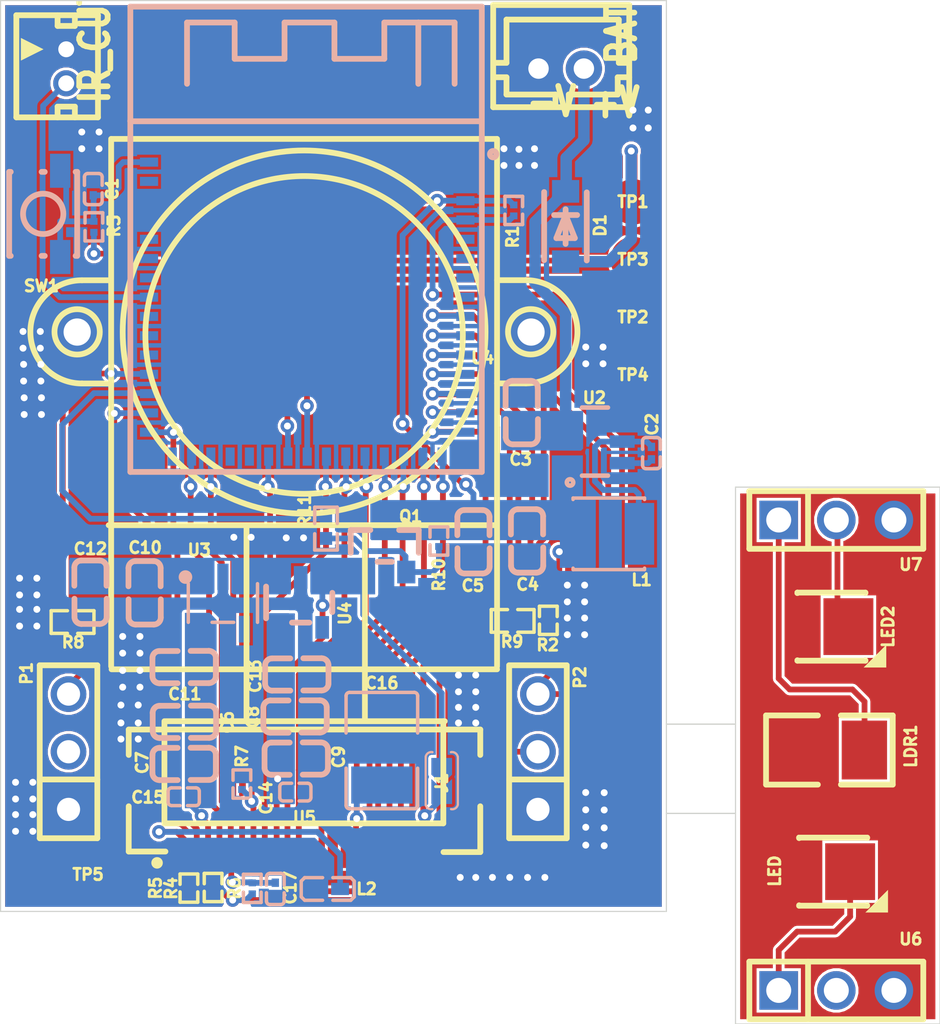
<source format=kicad_pcb>
(kicad_pcb (version 20240108) (generator "pcbnew") (generator_version "8.0")
  (layers (0 "F.Cu" signal "Top Layer") (31 "B.Cu" signal "Bottom Layer") (34 "B.Paste" user "Bottom Paste") (35 "F.Paste" user "Top Paste") (36 "B.SilkS" user "Bottom Overlay") (37 "F.SilkS" user "Top Overlay") (38 "B.Mask" user "Bottom Solder") (39 "F.Mask" user "Top Solder") (44 "Edge.Cuts" user))
  (net 0 "")
  (net 1 "Up22")
  (net 2 "Up11")
  (net 3 "LDR_MCU")
  (net 4 "Up_GND")
  (net 5 "Up2")
  (net 6 "Up1")
  (net 7 "IR_CUT")
  (net 8 "XCLK")
  (net 9 "VSYNC")
  (net 10 "USB_P")
  (net 11 "USB_N")
  (net 12 "usb_5V")
  (net 13 "SDA")
  (net 14 "SCL")
  (net 15 "RST")
  (net 16 "RESET")
  (net 17 "PWDN")
  (net 18 "PCLK")
  (net 19 "NetTP5_1")
  (net 20 "NetQ1_1")
  (net 21 "NetC2_2")
  (net 22 "NetC2_1")
  (net 23 "LED2")
  (net 24 "LED1")
  (net 25 "LDR")
  (net 26 "HSYNC")
  (net 27 "GND")
  (net 28 "DATA9")
  (net 29 "DATA8")
  (net 30 "DATA7")
  (net 31 "DATA6")
  (net 32 "DATA5")
  (net 33 "DATA4")
  (net 34 "DATA3")
  (net 35 "DATA2")
  (net 36 "DATA1")
  (net 37 "DATA0")
  (net 38 "CAM_PWR")
  (net 39 "BAT")
  (net 40 "AGND")
  (net 41 "+3V3")
  (net 42 "+3V3_CAM")
  (net 43 "+2V8")
  (net 44 "+1V5")
  (footprint "Esp32 CAM PCB.PcbLib:CAMERA CONNECTOR" (layer "F.Cu") (at 141.18895 118.45353 180)
    (property "Reference" "U5")
    (property "Value" "" (hide yes))
  )
  (footprint "Esp32 CAM PCB.PcbLib:TESTPOINT" (layer "F.Cu") (at 155.6766 96.41056 180)
    (property "Reference" "TP2")
    (property "Value" "" (hide yes))
  )
  (footprint "Esp32 CAM PCB.PcbLib:TESTPOINT" (layer "F.Cu") (at 155.6766 98.95056 180)
    (property "Reference" "TP4")
    (property "Value" "" (hide yes))
  )
  (footprint "Esp32 CAM PCB.PcbLib:10K SMD CERAMIC 201" (layer "F.Cu") (at 136.0932 121.56465 -90)
    (property "Reference" "R5")
    (property "Value" "" (hide yes))
  )
  (footprint "Esp32 CAM PCB.PcbLib:100R 402" (layer "F.Cu") (at 130.9624 109.8423 180)
    (property "Reference" "R8")
    (property "Value" "" (hide yes))
  )
  (footprint "Esp32 CAM PCB.PcbLib:10K SMD CERAMIC 201" (layer "F.Cu") (at 137.16 121.53925 -90)
    (property "Reference" "R4")
    (property "Value" "" (hide yes))
  )
  (footprint "Esp32 CAM PCB.PcbLib:3P FH 2.54MM" (layer "F.Cu") (at 151.4856 115.5573 90)
    (property "Reference" "P2")
    (property "Value" "" (hide yes))
  )
  (footprint "" (layer "F.Cu") (at 131.1656 97.0661)
    (property "Reference" "")
    (property "Value" "")
  )
  (footprint "Esp32 CAM PCB.PcbLib:100R 402" (layer "F.Cu") (at 150.36902 109.7915 180)
    (property "Reference" "R9")
    (property "Value" "" (hide yes))
  )
  (footprint "Esp32 CAM PCB.PcbLib:LDR" (layer "F.Cu") (at 164.338 115.4811)
    (property "Reference" "LDR1")
    (property "Value" "" (hide yes))
  )
  (footprint "" (layer "F.Cu") (at 151.1808 97.0661)
    (property "Reference" "")
    (property "Value" "")
  )
  (footprint "Esp32 CAM PCB.PcbLib:CONNECTOR 2P" (layer "F.Cu") (at 152.511 85.4583)
    (property "Reference" "CN1" (hide yes))
    (property "Value" "" (hide yes))
  )
  (footprint "Esp32 CAM PCB.PcbLib:TESTPOINT" (layer "F.Cu") (at 131.6482 120.9675)
    (property "Reference" "TP5")
    (property "Value" "" (hide yes))
  )
  (footprint "Esp32 CAM PCB.PcbLib:LED SMD" (layer "F.Cu") (at 164.27752 120.8405)
    (property "Reference" "LED")
    (property "Value" "" (hide yes))
  )
  (footprint "Esp32 CAM PCB.PcbLib:4K7 SMD 201" (layer "F.Cu") (at 151.9428 109.76661 -90)
    (property "Reference" "R2")
    (property "Value" "" (hide yes))
  )
  (footprint "Esp32 CAM PCB.PcbLib:3P FH 2.54MM" (layer "F.Cu") (at 130.7846 115.5573 90)
    (property "Reference" "P1")
    (property "Value" "" (hide yes))
  )
  (footprint "OV5640" (layer "F.Cu") (at 149.0472 98.2091)
    (property "Reference" "U4")
    (property "Value" "" (hide yes))
  )
  (footprint "Esp32 CAM PCB.PcbLib:TESTPOINT" (layer "F.Cu") (at 155.6766 91.33056 180)
    (property "Reference" "TP1")
    (property "Value" "" (hide yes))
  )
  (footprint "Esp32 CAM PCB.PcbLib:3P MH 2.54MM" (layer "F.Cu") (at 164.6428 105.3465)
    (property "Reference" "U7")
    (property "Value" "" (hide yes))
  )
  (footprint "Esp32 CAM PCB.PcbLib:LED SMD" (layer "F.Cu") (at 164.20132 110.0455)
    (property "Reference" "LED2")
    (property "Value" "" (hide yes))
  )
  (footprint "Esp32 CAM PCB.PcbLib:TESTPOINT" (layer "F.Cu") (at 155.6766 93.87056 180)
    (property "Reference" "TP3")
    (property "Value" "" (hide yes))
  )
  (footprint "Esp32 CAM PCB.PcbLib:3P MH 2.54MM" (layer "F.Cu") (at 164.6428 126.0729)
    (property "Reference" "U6")
    (property "Value" "" (hide yes))
  )
  (footprint "Esp32 CAM PCB.PcbLib:2P WHITE CONNECTOR 1.5MM" (layer "F.Cu") (at 130.683 85.3567 -90)
    (property "Reference" "CN2" (hide yes))
    (property "Value" "" (hide yes))
  )
  (footprint "Esp32 CAM PCB.PcbLib:10UF SMD CERAMIC 603" (layer "B.Cu") (at 135.9013 114.2365)
    (property "Reference" "C6")
    (property "Value" "" (hide yes))
  )
  (footprint "Esp32 CAM PCB.PcbLib:10K SMD CERAMIC 201" (layer "B.Cu") (at 138.43 116.9797 -90)
    (property "Reference" "R7")
    (property "Value" "" (hide yes))
  )
  (footprint "Esp32 CAM PCB.PcbLib:2V8 CONVERTER (TLV74328)" (layer "B.Cu") (at 137.5918 109.0041)
    (property "Reference" "U3")
    (property "Value" "" (hide yes))
  )
  (footprint "Esp32 CAM PCB.PcbLib:1UF CAP" (layer "B.Cu") (at 134.1374 108.5469 90)
    (property "Reference" "C10")
    (property "Value" "" (hide yes))
  )
  (footprint "Esp32 CAM PCB.PcbLib:1UF CAP" (layer "B.Cu") (at 140.843 112.1537 180)
    (property "Reference" "C13")
    (property "Value" "" (hide yes))
  )
  (footprint "Esp32 CAM PCB.PcbLib:22PF SMD CERAMIC 603" (layer "B.Cu") (at 148.6408 106.29748 90)
    (property "Reference" "C5")
    (property "Value" "" (hide yes))
  )
  (footprint "Esp32 CAM PCB.PcbLib:1V5 CONVERTER (TLV74215)" (layer "B.Cu") (at 141.0208 108.9787)
    (property "Reference" "U4")
    (property "Value" "" (hide yes))
  )
  (footprint "Esp32 CAM PCB.PcbLib:ESP32-S3-MINI-1-N8" (layer "B.Cu") (at 141.31011 95.52851 180)
    (property "Reference" "U1" (hide yes))
    (property "Value" "" (hide yes))
  )
  (footprint "Esp32 CAM PCB.PcbLib:100R 402" (layer "B.Cu") (at 142.1384 105.72648 -90)
    (property "Reference" "R11")
    (property "Value" "" (hide yes))
  )
  (footprint "Esp32 CAM PCB.PcbLib:22UF SMD CERAMIC 1210" (layer "B.Cu") (at 144.6022 115.5065 -90)
    (property "Reference" "C16")
    (property "Value" "" (hide yes))
  )
  (footprint "Esp32 CAM PCB.PcbLib:3.9UH POWER INDUCTOR" (layer "B.Cu") (at 154.6098 105.9561)
    (property "Reference" "L1")
    (property "Value" "" (hide yes))
  )
  (footprint "Esp32 CAM PCB.PcbLib:P CHANNEL MSFET (AO3401A1)" (layer "B.Cu") (at 144.7292 106.4895 -90)
    (property "Reference" "Q1")
    (property "Value" "" (hide yes))
  )
  (footprint "Esp32 CAM PCB.PcbLib:PAD-JUMPER-2" (layer "B.Cu") (at 147.2438 116.9289 -90)
    (property "Reference" "J1")
    (property "Value" "" (hide yes))
  )
  (footprint "Esp32 CAM PCB.PcbLib:100NF SMD CERAMIC 201" (layer "B.Cu") (at 135.8646 117.5385)
    (property "Reference" "C15")
    (property "Value" "" (hide yes))
  )
  (footprint "Esp32 CAM PCB.PcbLib:100NF SMD CERAMIC 201" (layer "B.Cu") (at 156.4894 102.4001 -90)
    (property "Reference" "C2")
    (property "Value" "" (hide yes))
  )
  (footprint "Esp32 CAM PCB.PcbLib:SCHOTTKY DIODE" (layer "B.Cu") (at 152.7048 92.4179 -90)
    (property "Reference" "D1")
    (property "Value" "" (hide yes))
  )
  (footprint "Esp32 CAM PCB.PcbLib:10K SMD CERAMIC 201" (layer "B.Cu") (at 147.1168 106.27385 -90)
    (property "Reference" "R10")
    (property "Value" "" (hide yes))
  )
  (footprint "Esp32 CAM PCB.PcbLib:10K SMD CERAMIC 201" (layer "B.Cu") (at 138.8872 121.5771 -90)
    (property "Reference" "R6")
    (property "Value" "" (hide yes))
  )
  (footprint "Esp32 CAM PCB.PcbLib:10UF SMD CERAMIC 603" (layer "B.Cu") (at 140.8176 115.8621 180)
    (property "Reference" "C9")
    (property "Value" "" (hide yes))
  )
  (footprint "Esp32 CAM PCB.PcbLib:1UF CAP" (layer "B.Cu") (at 131.7498 108.5215 90)
    (property "Reference" "C12")
    (property "Value" "" (hide yes))
  )
  (footprint "Esp32 CAM PCB.PcbLib:10UF SMD CERAMIC 603" (layer "B.Cu") (at 140.7668 114.0079 180)
    (property "Reference" "C8")
    (property "Value" "" (hide yes))
  )
  (footprint "Esp32 CAM PCB.PcbLib:10K SMD CERAMIC 201" (layer "B.Cu") (at 131.9022 92.43035 -90)
    (property "Reference" "R3")
    (property "Value" "" (hide yes))
  )
  (footprint "Esp32 CAM PCB.PcbLib:100NF SMD CERAMIC 201" (layer "B.Cu") (at 140.78712 117.3353 180)
    (property "Reference" "C14")
    (property "Value" "" (hide yes))
  )
  (footprint "Esp32 CAM PCB.PcbLib:FERRITE" (layer "B.Cu") (at 142.2146 121.6025)
    (property "Reference" "L2")
    (property "Value" "" (hide yes))
  )
  (footprint "Esp32 CAM PCB.PcbLib:PUSH BUTTON 4P" (layer "B.Cu") (at 129.667 91.8591 90)
    (property "Reference" "SW1")
    (property "Value" "" (hide yes))
  )
  (footprint "Esp32 CAM PCB.PcbLib:3V3 CONVERTER (AP63203)" (layer "B.Cu") (at 154.0002 101.8921 90)
    (property "Reference" "U2")
    (property "Value" "" (hide yes))
  )
  (footprint "Esp32 CAM PCB.PcbLib:1UF CAP" (layer "B.Cu") (at 135.89 111.8235)
    (property "Reference" "C11")
    (property "Value" "" (hide yes))
  )
  (footprint "Esp32 CAM PCB.PcbLib:10K SMD CERAMIC 201" (layer "B.Cu") (at 150.4188 91.7067 90)
    (property "Reference" "R1")
    (property "Value" "" (hide yes))
  )
  (footprint "Esp32 CAM PCB.PcbLib:100NF SMD CERAMIC 201" (layer "B.Cu") (at 131.8768 90.7669 -90)
    (property "Reference" "C1")
    (property "Value" "" (hide yes))
  )
  (footprint "Esp32 CAM PCB.PcbLib:22PF SMD CERAMIC 603" (layer "B.Cu") (at 151.003 106.2609 90)
    (property "Reference" "C4")
    (property "Value" "" (hide yes))
  )
  (footprint "Esp32 CAM PCB.PcbLib:10UF SMD CERAMIC 603" (layer "B.Cu") (at 135.89 116.0907)
    (property "Reference" "C7")
    (property "Value" "" (hide yes))
  )
  (footprint "Esp32 CAM PCB.PcbLib:10UF SMD CERAMIC 603" (layer "B.Cu") (at 150.7744 100.6221 -90)
    (property "Reference" "C3")
    (property "Value" "" (hide yes))
  )
  (footprint "Esp32 CAM PCB.PcbLib:100NF SMD CERAMIC 201" (layer "B.Cu") (at 139.9032 121.6025 90)
    (property "Reference" "C17")
    (property "Value" "" (hide yes))
  )
  (gr_line (start 157.1498 122.5931) (end 157.1498 118.2751) (stroke (width 0.05)) (layer "Edge.Cuts"))
  (gr_line (start 157.1498 82.4611) (end 127.7874 82.4611) (stroke (width 0.05)) (layer "Edge.Cuts"))
  (gr_line (start 127.7874 82.4611) (end 127.7874 122.5931) (stroke (width 0.05)) (layer "Edge.Cuts"))
  (gr_line (start 157.1498 118.2751) (end 160.1978 118.2751) (stroke (width 0.05)) (layer "Edge.Cuts"))
  (gr_line (start 160.1978 103.8987) (end 160.1978 114.3381) (stroke (width 0.05)) (layer "Edge.Cuts"))
  (gr_line (start 127.7874 122.5931) (end 157.1498 122.5931) (stroke (width 0.05)) (layer "Edge.Cuts"))
  (gr_line (start 157.1498 114.3381) (end 157.1498 82.4611) (stroke (width 0.05)) (layer "Edge.Cuts"))
  (gr_line (start 157.1498 118.2751) (end 157.1498 114.3381) (stroke (width 0.05)) (layer "Edge.Cuts"))
  (gr_line (start 160.1978 127.5461) (end 169.2148 127.5461) (stroke (width 0.05)) (layer "Edge.Cuts"))
  (gr_line (start 160.1978 118.2751) (end 157.1498 118.2751) (stroke (width 0.05)) (layer "Edge.Cuts"))
  (gr_line (start 160.1978 114.3381) (end 157.1498 114.3381) (stroke (width 0.05)) (layer "Edge.Cuts"))
  (gr_line (start 160.1978 114.3381) (end 160.1978 118.2751) (stroke (width 0.05)) (layer "Edge.Cuts"))
  (gr_line (start 157.1498 114.3381) (end 160.1978 114.3381) (stroke (width 0.05)) (layer "Edge.Cuts"))
  (gr_line (start 169.2148 103.8987) (end 160.1978 103.8987) (stroke (width 0.05)) (layer "Edge.Cuts"))
  (gr_line (start 160.1978 118.2751) (end 160.1978 127.5461) (stroke (width 0.05)) (layer "Edge.Cuts"))
  (gr_line (start 169.2148 127.5461) (end 169.2148 103.8987) (stroke (width 0.05)) (layer "Edge.Cuts"))
  (gr_text_box "" (start 129.4638 94.72931) (end 129.4638 94.72931) (angle 180) (layer "B.SilkS") (effects (font (size 1.254 1) (thickness 0.254)) (justify left bottom)) (border no) (stroke (width 0.1)))
  (gr_text_box "+V" (start 152.73534 88.6333) (end 152.73534 88.6333) (layer "F.SilkS") (effects (font (size 1.254 1) (thickness 0.254)) (justify left bottom)) (border no) (stroke (width 0.1)))
  (gr_text_box "IR_CUT" (start 133.61519 88.05501) (end 133.61519 88.05501) (angle 90) (layer "F.SilkS") (effects (font (size 1.254 1) (thickness 0.254)) (justify left bottom)) (border no) (stroke (width 0.1)))
  (gr_text_box "BAT" (start 156.845 86.334) (end 156.845 86.334) (angle 90) (layer "F.SilkS") (effects (font (size 1.254 1) (thickness 0.254)) (justify left bottom)) (border no) (stroke (width 0.1)))
  (gr_text_box "-V" (start 149.94134 88.5825) (end 149.94134 88.5825) (layer "F.SilkS") (effects (font (size 1.254 1) (thickness 0.254)) (justify left bottom)) (border no) (stroke (width 0.1)))
  (segment (start 164.6936 109.5629) (end 165.1762 110.0455) (width 0.254) (layer "F.Cu") (net 1))
  (segment (start 164.6936 109.5629) (end 164.6936 105.3465) (width 0.254) (layer "F.Cu") (net 1))
  (segment (start 162.1028 124.2949) (end 162.9156 123.4821) (width 0.254) (layer "F.Cu") (net 2))
  (segment (start 165.2524 122.8217) (end 165.2524 120.8405) (width 0.254) (layer "F.Cu") (net 2))
  (segment (start 162.9156 123.4821) (end 164.592 123.4821) (width 0.254) (layer "F.Cu") (net 2))
  (segment (start 164.592 123.4821) (end 165.2524 122.8217) (width 0.254) (layer "F.Cu") (net 2))
  (segment (start 162.1028 126.0729) (end 162.1028 124.2949) (width 0.254) (layer "F.Cu") (net 2))
  (segment (start 151.4856 113.0173) (end 151.4856 112.65989) (width 0.254) (layer "F.Cu") (net 3))
  (segment (start 151.4856 113.0173) (end 152.9842 113.0173) (width 0.254) (layer "F.Cu") (net 3))
  (segment (start 151.4856 112.65989) (end 151.9428 112.20269) (width 0.254) (layer "F.Cu") (net 3))
  (segment (start 154.5844 111.4171) (end 154.5844 102.2985) (width 0.254) (layer "F.Cu") (net 3))
  (segment (start 151.9428 112.20269) (end 151.9428 110.00816) (width 0.254) (layer "F.Cu") (net 3))
  (segment (start 146.8374 96.3295) (end 148.6154 96.3295) (width 0.254) (layer "F.Cu") (net 3))
  (segment (start 152.9842 113.0173) (end 154.5844 111.4171) (width 0.254) (layer "F.Cu") (net 3))
  (segment (start 148.6154 96.3295) (end 154.5844 102.2985) (width 0.254) (layer "F.Cu") (net 3))
  (via (at 146.8374 96.3295) (size 0.6) (drill 0.3048) (layers "F.Cu" "B.Cu") (net 3))
  (segment (start 148.26082 96.35388) (end 148.2852 96.37827) (width 0.254) (layer "B.Cu") (net 3))
  (segment (start 146.8374 96.3295) (end 146.86178 96.35388) (width 0.254) (layer "B.Cu") (net 3))
  (segment (start 146.86178 96.35388) (end 148.26082 96.35388) (width 0.254) (layer "B.Cu") (net 3))
  (segment (start 149.86 115.16376) (end 149.86 111.9251) (width 0.254) (layer "F.Cu") (net 5))
  (segment (start 151.48504 115.55674) (end 151.4856 115.5573) (width 0.254) (layer "F.Cu") (net 5))
  (segment (start 150.80183 110.98327) (end 150.80183 109.7915) (width 0.254) (layer "F.Cu") (net 5))
  (segment (start 149.86 111.9251) (end 150.80183 110.98327) (width 0.254) (layer "F.Cu") (net 5))
  (segment (start 149.86 115.16376) (end 150.25298 115.55674) (width 0.254) (layer "F.Cu") (net 5))
  (segment (start 150.25298 115.55674) (end 151.48504 115.55674) (width 0.254) (layer "F.Cu") (net 5))
  (segment (start 131.3688 112.07569) (end 131.3688 109.86872) (width 0.254) (layer "F.Cu") (net 6))
  (segment (start 130.7846 112.65989) (end 131.3688 112.07569) (width 0.254) (layer "F.Cu") (net 6))
  (segment (start 131.3688 109.86872) (end 131.39522 109.8423) (width 0.254) (layer "F.Cu") (net 6))
  (segment (start 130.7846 113.0173) (end 130.7846 112.65989) (width 0.254) (layer "F.Cu") (net 6))
  (segment (start 129.6416 94.76994) (end 130.40004 95.52838) (width 0.254) (layer "B.Cu") (net 7))
  (segment (start 129.6416 94.76994) (end 129.6416 87.66109) (width 0.254) (layer "B.Cu") (net 7))
  (segment (start 129.66346 87.09684) (end 130.65367 86.10663) (width 0.254) (layer "B.Cu") (net 7))
  (segment (start 130.40004 95.52838) (end 134.33501 95.52838) (width 0.254) (layer "B.Cu") (net 7))
  (segment (start 130.65367 86.10663) (end 130.683 86.10663) (width 0.254) (layer "B.Cu") (net 7))
  (segment (start 129.66346 87.63923) (end 129.66346 87.09684) (width 0.254) (layer "B.Cu") (net 7))
  (segment (start 129.6416 87.66109) (end 129.66346 87.63923) (width 0.254) (layer "B.Cu") (net 7))
  (segment (start 146.6596 95.4151) (end 152.2984 95.4151) (width 0.254) (layer "F.Cu") (net 8))
  (segment (start 141.43888 121.30938) (end 141.43888 120.0785) (width 0.254) (layer "F.Cu") (net 8))
  (segment (start 152.7302 99.6569) (end 155.194 102.1207) (width 0.254) (layer "F.Cu") (net 8))
  (segment (start 141.43888 121.30938) (end 141.8336 121.7041) (width 0.254) (layer "F.Cu") (net 8))
  (segment (start 153.7462 121.7041) (end 155.194 120.2563) (width 0.254) (layer "F.Cu") (net 8))
  (segment (start 141.8336 121.7041) (end 153.7462 121.7041) (width 0.254) (layer "F.Cu") (net 8))
  (segment (start 152.2984 95.4151) (end 152.7302 95.8469) (width 0.254) (layer "F.Cu") (net 8))
  (segment (start 152.7302 99.6569) (end 152.7302 95.8469) (width 0.254) (layer "F.Cu") (net 8))
  (segment (start 155.194 120.2563) (end 155.194 102.1207) (width 0.254) (layer "F.Cu") (net 8))
  (via (at 146.8374 95.4151) (size 0.6) (drill 0.3048) (layers "F.Cu" "B.Cu") (net 8))
  (segment (start 147.25396 92.12834) (end 148.2852 92.12834) (width 0.254) (layer "B.Cu") (net 8))
  (segment (start 148.2852 92.12834) (end 150.23501 92.12834) (width 0.254) (layer "B.Cu") (net 8))
  (segment (start 150.23501 92.12834) (end 150.3838 91.97955) (width 0.254) (layer "B.Cu") (net 8))
  (segment (start 150.3838 91.97282) (end 150.40836 91.94825) (width 0.254) (layer "B.Cu") (net 8))
  (segment (start 146.8374 92.5449) (end 147.25396 92.12834) (width 0.254) (layer "B.Cu") (net 8))
  (segment (start 146.8374 95.4151) (end 146.8374 92.5449) (width 0.254) (layer "B.Cu") (net 8))
  (segment (start 150.40836 91.94825) (end 150.4188 91.94825) (width 0.254) (layer "B.Cu") (net 8))
  (segment (start 150.3838 91.97955) (end 150.3838 91.97282) (width 0.254) (layer "B.Cu") (net 8))
  (segment (start 137.0584 106.1085) (end 138.049 107.0991) (width 0.254) (layer "F.Cu") (net 9))
  (segment (start 138.049 117.71237) (end 138.43889 118.10226) (width 0.254) (layer "F.Cu") (net 9))
  (segment (start 138.43889 120.0785) (end 138.43889 118.10226) (width 0.254) (layer "F.Cu") (net 9))
  (segment (start 137.0584 106.1085) (end 137.0584 104.1273) (width 0.254) (layer "F.Cu") (net 9))
  (segment (start 138.049 117.71237) (end 138.049 107.0991) (width 0.254) (layer "F.Cu") (net 9))
  (via (at 137.0584 103.8733) (size 0.6) (drill 0.3048) (layers "F.Cu" "B.Cu") (net 9))
  (segment (start 137.05929 104.12641) (end 137.05929 102.5544) (width 0.254) (layer "B.Cu") (net 9))
  (segment (start 137.0584 104.1273) (end 137.05929 104.12641) (width 0.254) (layer "B.Cu") (net 9))
  (segment (start 137.05929 102.5544) (end 137.06018 102.55352) (width 0.254) (layer "B.Cu") (net 9))
  (segment (start 140.4366 96.1009) (end 142.621 93.9165) (width 0.254) (layer "F.Cu") (net 10))
  (segment (start 140.4366 101.2063) (end 140.4366 96.1009) (width 0.254) (layer "F.Cu") (net 10))
  (segment (start 155.63066 93.9165) (end 155.6766 93.87056) (width 0.254) (layer "F.Cu") (net 10))
  (segment (start 142.621 93.9165) (end 155.63066 93.9165) (width 0.254) (layer "F.Cu") (net 10))
  (via (at 140.4366 101.2063) (size 0.6) (drill 0.3048) (layers "F.Cu" "B.Cu") (net 10))
  (segment (start 140.4366 101.2317) (end 140.46022 101.25532) (width 0.254) (layer "B.Cu") (net 10))
  (segment (start 140.4366 101.2317) (end 140.4366 101.2063) (width 0.254) (layer "B.Cu") (net 10))
  (segment (start 140.46022 102.55352) (end 140.46022 101.25532) (width 0.254) (layer "B.Cu") (net 10))
  (segment (start 154.02074 94.7547) (end 155.6766 96.41056) (width 0.254) (layer "F.Cu") (net 11))
  (segment (start 143.0528 94.7547) (end 154.02074 94.7547) (width 0.254) (layer "F.Cu") (net 11))
  (segment (start 141.3002 96.5073) (end 143.0528 94.7547) (width 0.254) (layer "F.Cu") (net 11))
  (segment (start 141.3002 100.3173) (end 141.3002 96.5073) (width 0.254) (layer "F.Cu") (net 11))
  (via (at 141.3002 100.3173) (size 0.6) (drill 0.3048) (layers "F.Cu" "B.Cu") (net 11))
  (segment (start 141.31011 102.55352) (end 141.31011 100.32721) (width 0.254) (layer "B.Cu") (net 11))
  (segment (start 141.3002 100.3173) (end 141.31011 100.32721) (width 0.254) (layer "B.Cu") (net 11))
  (segment (start 155.6004 89.0905) (end 155.618 89.1081) (width 0.508) (layer "F.Cu") (net 12))
  (segment (start 155.618 91.27196) (end 155.6766 91.33056) (width 0.508) (layer "F.Cu") (net 12))
  (segment (start 155.618 91.27196) (end 155.618 89.1081) (width 0.508) (layer "F.Cu") (net 12))
  (via (at 155.6004 89.0905) (size 0.6) (drill 0.3048) (layers "F.Cu" "B.Cu") (net 12))
  (segment (start 154.60929 93.96781) (end 155.6004 92.9767) (width 0.508) (layer "B.Cu") (net 12))
  (segment (start 152.7048 93.96781) (end 154.60929 93.96781) (width 0.508) (layer "B.Cu") (net 12))
  (segment (start 155.6004 92.9767) (end 155.6004 89.0905) (width 0.508) (layer "B.Cu") (net 12))
  (segment (start 136.43889 120.98784) (end 136.43889 120.0785) (width 0.254) (layer "F.Cu") (net 13))
  (segment (start 132.80312 104.01222) (end 135.5852 106.7943) (width 0.254) (layer "F.Cu") (net 13))
  (segment (start 136.0932 121.3231) (end 136.10364 121.3231) (width 0.254) (layer "F.Cu") (net 13))
  (segment (start 135.5852 118.09337) (end 136.43889 118.94707) (width 0.254) (layer "F.Cu") (net 13))
  (segment (start 136.10364 121.3231) (end 136.43889 120.98784) (width 0.254) (layer "F.Cu") (net 13))
  (segment (start 132.80312 104.01222) (end 132.80312 100.64942) (width 0.254) (layer "F.Cu") (net 13))
  (segment (start 136.43889 120.0785) (end 136.43889 118.94707) (width 0.254) (layer "F.Cu") (net 13))
  (segment (start 135.5852 118.09337) (end 135.5852 106.7943) (width 0.254) (layer "F.Cu") (net 13))
  (via (at 132.80312 100.64942) (size 0.6) (drill 0.3048) (layers "F.Cu" "B.Cu") (net 13))
  (segment (start 132.8136 100.63893) (end 134.32453 100.63893) (width 0.254) (layer "B.Cu") (net 13))
  (segment (start 132.80312 100.64942) (end 132.8136 100.63893) (width 0.254) (layer "B.Cu") (net 13))
  (segment (start 134.32453 100.63893) (end 134.33501 100.62845) (width 0.254) (layer "B.Cu") (net 13))
  (segment (start 136.9822 117.75945) (end 137.43889 118.21614) (width 0.254) (layer "F.Cu") (net 14))
  (segment (start 136.9822 117.75945) (end 136.9822 107.4293) (width 0.254) (layer "F.Cu") (net 14))
  (segment (start 135.4074 105.8545) (end 136.9822 107.4293) (width 0.254) (layer "F.Cu") (net 14))
  (segment (start 137.43889 120.0785) (end 137.43889 118.21614) (width 0.254) (layer "F.Cu") (net 14))
  (segment (start 137.3934 121.01743) (end 137.43889 120.97193) (width 0.254) (layer "F.Cu") (net 14))
  (segment (start 135.4074 105.8545) (end 135.4074 101.4857) (width 0.254) (layer "F.Cu") (net 14))
  (segment (start 137.43889 120.97193) (end 137.43889 120.0785) (width 0.254) (layer "F.Cu") (net 14))
  (segment (start 137.3934 121.07474) (end 137.3934 121.01743) (width 0.254) (layer "F.Cu") (net 14))
  (segment (start 137.16 121.2977) (end 137.17044 121.2977) (width 0.254) (layer "F.Cu") (net 14))
  (segment (start 137.17044 121.2977) (end 137.3934 121.07474) (width 0.254) (layer "F.Cu") (net 14))
  (via (at 135.4074 101.4857) (size 0.6) (drill 0.3048) (layers "F.Cu" "B.Cu") (net 14))
  (segment (start 135.40372 101.48202) (end 135.4074 101.4857) (width 0.254) (layer "B.Cu") (net 14))
  (segment (start 134.3387 101.48202) (end 135.40372 101.48202) (width 0.254) (layer "B.Cu") (net 14))
  (segment (start 134.33501 101.47833) (end 134.3387 101.48202) (width 0.254) (layer "B.Cu") (net 14))
  (segment (start 130.41757 92.18879) (end 130.683 92.18879) (width 0.254) (layer "B.Cu") (net 15))
  (segment (start 132.9944 90.7161) (end 132.9944 89.7763) (width 0.254) (layer "B.Cu") (net 15))
  (segment (start 130.41706 89.95918) (end 130.683 90.22512) (width 0.254) (layer "B.Cu") (net 15))
  (segment (start 130.41706 93.75902) (end 130.41706 92.1893) (width 0.254) (layer "B.Cu") (net 15))
  (segment (start 131.8768 91.04122) (end 131.8895 91.05392) (width 0.254) (layer "B.Cu") (net 15))
  (segment (start 130.41706 92.1893) (end 130.41757 92.18879) (width 0.254) (layer "B.Cu") (net 15))
  (segment (start 130.683 92.18879) (end 130.683 90.22512) (width 0.254) (layer "B.Cu") (net 15))
  (segment (start 131.8895 92.17609) (end 131.9022 92.18879) (width 0.254) (layer "B.Cu") (net 15))
  (segment (start 131.8895 92.17609) (end 131.8895 91.05392) (width 0.254) (layer "B.Cu") (net 15))
  (segment (start 131.8768 91.04122) (end 132.66928 91.04122) (width 0.254) (layer "B.Cu") (net 15))
  (segment (start 132.66928 91.04122) (end 132.9944 90.7161) (width 0.254) (layer "B.Cu") (net 15))
  (segment (start 132.9944 89.7763) (end 133.19227 89.57843) (width 0.254) (layer "B.Cu") (net 15))
  (segment (start 130.683 92.18879) (end 131.9022 92.18879) (width 0.254) (layer "B.Cu") (net 15))
  (segment (start 133.19227 89.57843) (end 134.33501 89.57843) (width 0.254) (layer "B.Cu") (net 15))
  (segment (start 137.96202 121.26152) (end 138.01006 121.30956) (width 0.254) (layer "F.Cu") (net 16))
  (segment (start 137.93902 120.0785) (end 137.93902 118.14121) (width 0.254) (layer "F.Cu") (net 16))
  (segment (start 136.1694 105.8545) (end 137.541 107.2261) (width 0.254) (layer "F.Cu") (net 16))
  (segment (start 137.96202 121.26152) (end 137.96202 120.1015) (width 0.254) (layer "F.Cu") (net 16))
  (segment (start 136.1694 105.8545) (end 136.1694 104.1527) (width 0.254) (layer "F.Cu") (net 16))
  (segment (start 137.541 117.74319) (end 137.93902 118.14121) (width 0.254) (layer "F.Cu") (net 16))
  (segment (start 137.93902 120.0785) (end 137.96202 120.1015) (width 0.254) (layer "F.Cu") (net 16))
  (segment (start 138.01006 121.30956) (end 138.01134 121.30828) (width 0.254) (layer "F.Cu") (net 16))
  (segment (start 137.541 117.74319) (end 137.541 107.2261) (width 0.254) (layer "F.Cu") (net 16))
  (via (at 138.01134 121.30828) (size 0.6) (drill 0.3048) (layers "F.Cu" "B.Cu") (net 16))
  (via (at 136.1694 103.8733) (size 0.6) (drill 0.3048) (layers "F.Cu" "B.Cu") (net 16))
  (segment (start 136.1694 104.1527) (end 136.18972 104.13238) (width 0.254) (layer "B.Cu") (net 16))
  (segment (start 139.89952 121.33186) (end 139.9032 121.32818) (width 0.254) (layer "B.Cu") (net 16))
  (segment (start 138.01148 121.31098) (end 138.01148 121.30842) (width 0.254) (layer "B.Cu") (net 16))
  (segment (start 136.18972 102.57384) (end 136.21004 102.55352) (width 0.254) (layer "B.Cu") (net 16))
  (segment (start 138.8872 121.33555) (end 138.89088 121.33186) (width 0.254) (layer "B.Cu") (net 16))
  (segment (start 138.01134 121.30828) (end 138.01148 121.30842) (width 0.254) (layer "B.Cu") (net 16))
  (segment (start 138.01148 121.31098) (end 138.86264 121.31098) (width 0.254) (layer "B.Cu") (net 16))
  (segment (start 136.18972 104.13238) (end 136.18972 102.57384) (width 0.254) (layer "B.Cu") (net 16))
  (segment (start 138.89088 121.33186) (end 139.89952 121.33186) (width 0.254) (layer "B.Cu") (net 16))
  (segment (start 138.86264 121.31098) (end 138.8872 121.33555) (width 0.254) (layer "B.Cu") (net 16))
  (segment (start 138.8618 117.7417) (end 138.8618 109.1311) (width 0.254) (layer "F.Cu") (net 17))
  (segment (start 138.928 118.00313) (end 138.93902 118.01414) (width 0.254) (layer "F.Cu") (net 17))
  (segment (start 139.6746 108.3183) (end 139.6746 104.1527) (width 0.254) (layer "F.Cu") (net 17))
  (segment (start 138.93902 120.0785) (end 138.93902 118.01414) (width 0.254) (layer "F.Cu") (net 17))
  (segment (start 139.573 104.0511) (end 139.6746 104.1527) (width 0.254) (layer "F.Cu") (net 17))
  (segment (start 138.8618 109.1311) (end 139.6746 108.3183) (width 0.254) (layer "F.Cu") (net 17))
  (segment (start 138.928 118.00313) (end 138.928 117.8079) (width 0.254) (layer "F.Cu") (net 17))
  (segment (start 138.8618 117.7417) (end 138.928 117.8079) (width 0.254) (layer "F.Cu") (net 17))
  (via (at 138.8618 117.7417) (size 0.6) (drill 0.3048) (layers "F.Cu" "B.Cu") (net 17))
  (via (at 139.573 103.8733) (size 0.6) (drill 0.3048) (layers "F.Cu" "B.Cu") (net 17))
  (segment (start 138.43 117.22125) (end 138.44044 117.22125) (width 0.254) (layer "B.Cu") (net 17))
  (segment (start 138.44044 117.22125) (end 138.7956 117.57641) (width 0.254) (layer "B.Cu") (net 17))
  (segment (start 139.573 104.0511) (end 139.59154 104.03256) (width 0.254) (layer "B.Cu") (net 17))
  (segment (start 138.7956 117.6755) (end 138.8618 117.7417) (width 0.254) (layer "B.Cu") (net 17))
  (segment (start 138.7956 117.6755) (end 138.7956 117.57641) (width 0.254) (layer "B.Cu") (net 17))
  (segment (start 139.59154 104.03256) (end 139.59154 102.57206) (width 0.254) (layer "B.Cu") (net 17))
  (segment (start 139.59154 102.57206) (end 139.61008 102.55352) (width 0.254) (layer "B.Cu") (net 17))
  (segment (start 145.5166 109.2327) (end 145.5166 103.9241) (width 0.254) (layer "F.Cu") (net 18))
  (segment (start 145.5166 103.9241) (end 145.542 103.8987) (width 0.254) (layer "F.Cu") (net 18))
  (segment (start 143.46188 118.53483) (end 143.49301 118.5037) (width 0.254) (layer "F.Cu") (net 18))
  (segment (start 143.43888 120.0785) (end 143.46188 120.0555) (width 0.254) (layer "F.Cu") (net 18))
  (segment (start 143.46188 120.0555) (end 143.46188 118.53483) (width 0.254) (layer "F.Cu") (net 18))
  (segment (start 143.49301 118.49529) (end 143.49301 111.25629) (width 0.254) (layer "F.Cu") (net 18))
  (segment (start 143.49301 111.25629) (end 145.5166 109.2327) (width 0.254) (layer "F.Cu") (net 18))
  (via (at 145.542 103.8733) (size 0.6) (drill 0.3048) (layers "F.Cu" "B.Cu") (net 18))
  (via (at 143.49301 118.5037) (size 0.6) (drill 0.3048) (layers "F.Cu" "B.Cu") (net 18))
  (segment (start 143.49301 118.5037) (end 143.49301 117.6974) (width 0.254) (layer "B.Cu") (net 18))
  (segment (start 144.1497 117.0239) (end 144.6022 117.0239) (width 0.254) (layer "B.Cu") (net 18))
  (segment (start 143.4846 117.68899) (end 143.49301 117.6974) (width 0.254) (layer "B.Cu") (net 18))
  (segment (start 145.55102 102.56253) (end 145.56003 102.55352) (width 0.254) (layer "B.Cu") (net 18))
  (segment (start 145.542 103.8987) (end 145.55102 103.88968) (width 0.254) (layer "B.Cu") (net 18))
  (segment (start 145.55102 103.88968) (end 145.55102 102.56253) (width 0.254) (layer "B.Cu") (net 18))
  (segment (start 143.4846 117.68899) (end 144.1497 117.0239) (width 0.254) (layer "B.Cu") (net 18))
  (segment (start 135.4159 119.9769) (end 135.4389 119.9999) (width 0.254) (layer "F.Cu") (net 19))
  (segment (start 131.6482 120.9421) (end 132.6134 119.9769) (width 0.254) (layer "F.Cu") (net 19))
  (segment (start 132.6134 119.9769) (end 135.4159 119.9769) (width 0.254) (layer "F.Cu") (net 19))
  (segment (start 131.6482 120.9675) (end 131.6482 120.9421) (width 0.254) (layer "F.Cu") (net 19))
  (segment (start 135.4389 120.0785) (end 135.4389 119.9999) (width 0.254) (layer "F.Cu") (net 19))
  (segment (start 145.415 106.7181) (end 145.6436 106.9467) (width 0.254) (layer "B.Cu") (net 20))
  (segment (start 146.85579 107.63951) (end 147.1168 107.3785) (width 0.254) (layer "B.Cu") (net 20))
  (segment (start 142.1384 106.1593) (end 143.383 106.1593) (width 0.254) (layer "B.Cu") (net 20))
  (segment (start 143.9418 106.7181) (end 145.415 106.7181) (width 0.254) (layer "B.Cu") (net 20))
  (segment (start 147.1168 107.3785) (end 147.1168 106.51541) (width 0.254) (layer "B.Cu") (net 20))
  (segment (start 143.383 106.1593) (end 143.9418 106.7181) (width 0.254) (layer "B.Cu") (net 20))
  (segment (start 145.6436 107.6039) (end 145.67921 107.63951) (width 0.254) (layer "B.Cu") (net 20))
  (segment (start 145.6436 107.6039) (end 145.6436 106.9467) (width 0.254) (layer "B.Cu") (net 20))
  (segment (start 145.67921 107.63951) (end 146.85579 107.63951) (width 0.254) (layer "B.Cu") (net 20))
  (segment (start 156.34397 102.84206) (end 156.4894 102.69663) (width 0.254) (layer "B.Cu") (net 21))
  (segment (start 156.4894 102.69663) (end 156.4894 102.67442) (width 0.254) (layer "B.Cu") (net 21))
  (segment (start 155.2001 102.84206) (end 156.34397 102.84206) (width 0.254) (layer "B.Cu") (net 21))
  (segment (start 154.3812 104.0257) (end 155.7528 104.0257) (width 0.254) (layer "B.Cu") (net 22))
  (segment (start 154.0002 102.1207) (end 154.2288 101.8921) (width 0.254) (layer "B.Cu") (net 22))
  (segment (start 154.0002 103.6447) (end 154.3812 104.0257) (width 0.254) (layer "B.Cu") (net 22))
  (segment (start 155.9306 105.92689) (end 155.95981 105.9561) (width 0.254) (layer "B.Cu") (net 22))
  (segment (start 154.2288 101.8921) (end 155.2001 101.8921) (width 0.254) (layer "B.Cu") (net 22))
  (segment (start 155.2001 101.8921) (end 156.27793 101.8921) (width 0.254) (layer "B.Cu") (net 22))
  (segment (start 155.9306 105.92689) (end 155.9306 104.2035) (width 0.254) (layer "B.Cu") (net 22))
  (segment (start 155.7528 104.0257) (end 155.9306 104.2035) (width 0.254) (layer "B.Cu") (net 22))
  (segment (start 156.4894 102.12578) (end 156.4894 102.10357) (width 0.254) (layer "B.Cu") (net 22))
  (segment (start 154.0002 103.6447) (end 154.0002 102.1207) (width 0.254) (layer "B.Cu") (net 22))
  (segment (start 156.27793 101.8921) (end 156.4894 102.10357) (width 0.254) (layer "B.Cu") (net 22))
  (segment (start 151.7396 106.17207) (end 151.7396 100.2411) (width 0.254) (layer "F.Cu") (net 23))
  (segment (start 150.02482 109.7157) (end 150.02482 109.29648) (width 0.254) (layer "F.Cu") (net 23))
  (segment (start 151.5364 107.11173) (end 151.5364 106.37527) (width 0.254) (layer "F.Cu") (net 23))
  (segment (start 151.7396 107.5817) (end 151.7396 107.31493) (width 0.254) (layer "F.Cu") (net 23))
  (segment (start 151.5364 106.37527) (end 151.7396 106.17207) (width 0.254) (layer "F.Cu") (net 23))
  (segment (start 150.02482 109.29648) (end 151.7396 107.5817) (width 0.254) (layer "F.Cu") (net 23))
  (segment (start 149.94903 109.7915) (end 150.02482 109.7157) (width 0.254) (layer "F.Cu") (net 23))
  (segment (start 146.9136 97.2185) (end 148.717 97.2185) (width 0.254) (layer "F.Cu") (net 23))
  (segment (start 151.5364 107.11173) (end 151.7396 107.31493) (width 0.254) (layer "F.Cu") (net 23))
  (segment (start 148.717 97.2185) (end 151.7396 100.2411) (width 0.254) (layer "F.Cu") (net 23))
  (via (at 146.8374 97.2185) (size 0.6) (drill 0.3048) (layers "F.Cu" "B.Cu") (net 23))
  (segment (start 146.9136 97.2185) (end 146.91855 97.22345) (width 0.254) (layer "B.Cu") (net 23))
  (segment (start 148.28025 97.22345) (end 148.2852 97.22841) (width 0.254) (layer "B.Cu") (net 23))
  (segment (start 146.91855 97.22345) (end 148.28025 97.22345) (width 0.254) (layer "B.Cu") (net 23))
  (segment (start 130.52958 100.21672) (end 131.8514 98.8949) (width 0.254) (layer "F.Cu") (net 24))
  (segment (start 131.8514 98.8949) (end 132.6642 98.8949) (width 0.254) (layer "F.Cu") (net 24))
  (segment (start 130.52958 109.8423) (end 130.52958 100.21672) (width 0.254) (layer "F.Cu") (net 24))
  (via (at 132.6642 98.8949) (size 0.6) (drill 0.3048) (layers "F.Cu" "B.Cu") (net 24))
  (segment (start 132.68096 98.91166) (end 134.31825 98.91166) (width 0.254) (layer "B.Cu") (net 24))
  (segment (start 134.31825 98.91166) (end 134.33501 98.92843) (width 0.254) (layer "B.Cu") (net 24))
  (segment (start 132.6642 98.8949) (end 132.68096 98.91166) (width 0.254) (layer "B.Cu") (net 24))
  (segment (start 165.88029 115.4811) (end 165.8874 115.47399) (width 0.254) (layer "F.Cu") (net 25))
  (segment (start 162.1028 112.3315) (end 162.1028 105.3465) (width 0.254) (layer "F.Cu") (net 25))
  (segment (start 162.5854 112.8141) (end 165.354 112.8141) (width 0.254) (layer "F.Cu") (net 25))
  (segment (start 162.1028 112.3315) (end 162.5854 112.8141) (width 0.254) (layer "F.Cu") (net 25))
  (segment (start 165.8874 115.47399) (end 165.8874 113.3475) (width 0.254) (layer "F.Cu") (net 25))
  (segment (start 165.354 112.8141) (end 165.8874 113.3475) (width 0.254) (layer "F.Cu") (net 25))
  (segment (start 142.113 104.0257) (end 142.1384 104.0511) (width 0.254) (layer "F.Cu") (net 26))
  (segment (start 139.43889 109.43056) (end 142.1384 106.73105) (width 0.254) (layer "F.Cu") (net 26))
  (segment (start 142.1384 106.73105) (end 142.1384 104.0511) (width 0.254) (layer "F.Cu") (net 26))
  (segment (start 139.43889 120.0785) (end 139.43889 109.43056) (width 0.254) (layer "F.Cu") (net 26))
  (via (at 142.113 103.8733) (size 0.6) (drill 0.3048) (layers "F.Cu" "B.Cu") (net 26))
  (segment (start 142.113 104.0257) (end 142.1365 104.0022) (width 0.254) (layer "B.Cu") (net 26))
  (segment (start 142.1365 102.57701) (end 142.15999 102.55352) (width 0.254) (layer "B.Cu") (net 26))
  (segment (start 142.1365 104.0022) (end 142.1365 102.57701) (width 0.254) (layer "B.Cu") (net 26))
  (via (at 156.3498 88.0745) (size 0.6) (drill 0.3048) (layers "F.Cu" "B.Cu") (net 27))
  (via (at 129.2098 118.3259) (size 0.6) (drill 0.3048) (layers "F.Cu" "B.Cu") (net 27))
  (via (at 153.5938 118.8847) (size 0.6) (drill 0.3048) (layers "F.Cu" "B.Cu") (net 27))
  (via (at 128.4478 116.9035) (size 0.6) (drill 0.3048) (layers "F.Cu" "B.Cu") (net 27))
  (via (at 133.1722 112.7125) (size 0.6) (drill 0.3048) (layers "F.Cu" "B.Cu") (net 27))
  (via (at 133.858 114.9985) (size 0.6) (drill 0.3048) (layers "F.Cu" "B.Cu") (net 27))
  (via (at 129.2098 119.0625) (size 0.6) (drill 0.3048) (layers "F.Cu" "B.Cu") (net 27))
  (via (at 150.6474 89.7255) (size 0.6) (drill 0.3048) (layers "F.Cu" "B.Cu") (net 27))
  (via (at 151.3332 88.9889) (size 0.6) (drill 0.3048) (layers "F.Cu" "B.Cu") (net 27))
  (via (at 133.9342 112.7125) (size 0.6) (drill 0.3048) (layers "F.Cu" "B.Cu") (net 27))
  (via (at 133.858 114.2873) (size 0.6) (drill 0.3048) (layers "F.Cu" "B.Cu") (net 27))
  (via (at 148.7424 112.1791) (size 0.6) (drill 0.3048) (layers "F.Cu" "B.Cu") (net 27))
  (via (at 129.2098 117.6401) (size 0.6) (drill 0.3048) (layers "F.Cu" "B.Cu") (net 27))
  (via (at 133.9342 111.2139) (size 0.6) (drill 0.3048) (layers "F.Cu" "B.Cu") (net 27))
  (via (at 153.5938 97.7265) (size 0.6) (drill 0.3048) (layers "F.Cu" "B.Cu") (net 27))
  (via (at 133.9342 111.9759) (size 0.6) (drill 0.3048) (layers "F.Cu" "B.Cu") (net 27))
  (via (at 129.3876 108.6485) (size 0.6) (drill 0.3048) (layers "F.Cu" "B.Cu") (net 27))
  (via (at 154.3558 98.4631) (size 0.6) (drill 0.3048) (layers "F.Cu" "B.Cu") (net 27))
  (via (at 129.5654 98.4885) (size 0.6) (drill 0.3048) (layers "F.Cu" "B.Cu") (net 27))
  (via (at 138.0744 106.1085) (size 0.6) (drill 0.3048) (layers "F.Cu" "B.Cu") (net 27))
  (via (at 153.59085 118.11559) (size 0.6) (drill 0.3048) (layers "F.Cu" "B.Cu") (net 27))
  (via (at 151.7904 121.0945) (size 0.6) (drill 0.3048) (layers "F.Cu" "B.Cu") (net 27))
  (via (at 147.9804 112.9157) (size 0.6) (drill 0.3048) (layers "F.Cu" "B.Cu") (net 27))
  (via (at 129.3876 110.0201) (size 0.6) (drill 0.3048) (layers "F.Cu" "B.Cu") (net 27))
  (via (at 149.987 88.9889) (size 0.6) (drill 0.3048) (layers "F.Cu" "B.Cu") (net 27))
  (via (at 149.479 121.0945) (size 0.6) (drill 0.3048) (layers "F.Cu" "B.Cu") (net 27))
  (via (at 148.0566 121.0945) (size 0.6) (drill 0.3048) (layers "F.Cu" "B.Cu") (net 27))
  (via (at 131.3688 88.9889) (size 0.6) (drill 0.3048) (layers "F.Cu" "B.Cu") (net 27))
  (via (at 133.1722 110.4773) (size 0.6) (drill 0.3048) (layers "F.Cu" "B.Cu") (net 27))
  (via (at 131.3688 88.2523) (size 0.6) (drill 0.3048) (layers "F.Cu" "B.Cu") (net 27))
  (via (at 152.781 108.9533) (size 0.6) (drill 0.3048) (layers "F.Cu" "B.Cu") (net 27))
  (via (at 153.543 109.6645) (size 0.6) (drill 0.3048) (layers "F.Cu" "B.Cu") (net 27))
  (via (at 128.8034 99.2251) (size 0.6) (drill 0.3048) (layers "F.Cu" "B.Cu") (net 27))
  (via (at 153.543 108.9533) (size 0.6) (drill 0.3048) (layers "F.Cu" "B.Cu") (net 27))
  (via (at 132.1308 88.2523) (size 0.6) (drill 0.3048) (layers "F.Cu" "B.Cu") (net 27))
  (via (at 128.4478 119.0625) (size 0.6) (drill 0.3048) (layers "F.Cu" "B.Cu") (net 27))
  (via (at 154.4066 119.6975) (size 0.6) (drill 0.3048) (layers "F.Cu" "B.Cu") (net 27))
  (via (at 148.7424 112.9157) (size 0.6) (drill 0.3048) (layers "F.Cu" "B.Cu") (net 27))
  (via (at 154.4066 118.1227) (size 0.6) (drill 0.3048) (layers "F.Cu" "B.Cu") (net 27))
  (via (at 128.6256 108.6485) (size 0.6) (drill 0.3048) (layers "F.Cu" "B.Cu") (net 27))
  (via (at 133.1722 111.2139) (size 0.6) (drill 0.3048) (layers "F.Cu" "B.Cu") (net 27))
  (via (at 132.1308 88.9889) (size 0.6) (drill 0.3048) (layers "F.Cu" "B.Cu") (net 27))
  (via (at 150.241 121.0945) (size 0.6) (drill 0.3048) (layers "F.Cu" "B.Cu") (net 27))
  (via (at 154.4066 118.9101) (size 0.6) (drill 0.3048) (layers "F.Cu" "B.Cu") (net 27))
  (via (at 133.096 114.9985) (size 0.6) (drill 0.3048) (layers "F.Cu" "B.Cu") (net 27))
  (via (at 128.778 97.7773) (size 0.6) (drill 0.3048) (layers "F.Cu" "B.Cu") (net 27))
  (via (at 152.781 109.6645) (size 0.6) (drill 0.3048) (layers "F.Cu" "B.Cu") (net 27))
  (via (at 133.096 114.2873) (size 0.6) (drill 0.3048) (layers "F.Cu" "B.Cu") (net 27))
  (via (at 147.9804 113.6015) (size 0.6) (drill 0.3048) (layers "F.Cu" "B.Cu") (net 27))
  (via (at 150.6474 89.0143) (size 0.6) (drill 0.3048) (layers "F.Cu" "B.Cu") (net 27))
  (via (at 128.8034 98.4885) (size 0.6) (drill 0.3048) (layers "F.Cu" "B.Cu") (net 27))
  (via (at 140.3858 106.1339) (size 0.6) (drill 0.3048) (layers "F.Cu" "B.Cu") (net 27))
  (via (at 148.7424 121.0945) (size 0.6) (drill 0.3048) (layers "F.Cu" "B.Cu") (net 27))
  (via (at 151.0284 121.0945) (size 0.6) (drill 0.3048) (layers "F.Cu" "B.Cu") (net 27))
  (via (at 152.781 110.4011) (size 0.6) (drill 0.3048) (layers "F.Cu" "B.Cu") (net 27))
  (via (at 128.6256 109.2835) (size 0.6) (drill 0.3048) (layers "F.Cu" "B.Cu") (net 27))
  (via (at 129.5908 100.6983) (size 0.6) (drill 0.3048) (layers "F.Cu" "B.Cu") (net 27))
  (via (at 141.1478 106.1339) (size 0.6) (drill 0.3048) (layers "F.Cu" "B.Cu") (net 27))
  (via (at 147.9804 114.2873) (size 0.6) (drill 0.3048) (layers "F.Cu" "B.Cu") (net 27))
  (via (at 129.5654 99.2251) (size 0.6) (drill 0.3048) (layers "F.Cu" "B.Cu") (net 27))
  (via (at 128.6256 110.0201) (size 0.6) (drill 0.3048) (layers "F.Cu" "B.Cu") (net 27))
  (via (at 153.543 110.4011) (size 0.6) (drill 0.3048) (layers "F.Cu" "B.Cu") (net 27))
  (via (at 129.2098 116.9035) (size 0.6) (drill 0.3048) (layers "F.Cu" "B.Cu") (net 27))
  (via (at 129.3876 109.2835) (size 0.6) (drill 0.3048) (layers "F.Cu" "B.Cu") (net 27))
  (via (at 129.3876 107.9119) (size 0.6) (drill 0.3048) (layers "F.Cu" "B.Cu") (net 27))
  (via (at 129.54 97.7773) (size 0.6) (drill 0.3048) (layers "F.Cu" "B.Cu") (net 27))
  (via (at 129.5908 99.9617) (size 0.6) (drill 0.3048) (layers "F.Cu" "B.Cu") (net 27))
  (via (at 148.7424 114.2873) (size 0.6) (drill 0.3048) (layers "F.Cu" "B.Cu") (net 27))
  (via (at 128.8288 99.9617) (size 0.6) (drill 0.3048) (layers "F.Cu" "B.Cu") (net 27))
  (via (at 128.8288 100.6983) (size 0.6) (drill 0.3048) (layers "F.Cu" "B.Cu") (net 27))
  (via (at 133.096 113.4999) (size 0.6) (drill 0.3048) (layers "F.Cu" "B.Cu") (net 27))
  (via (at 152.781 108.2167) (size 0.6) (drill 0.3048) (layers "F.Cu" "B.Cu") (net 27))
  (via (at 128.4478 117.6401) (size 0.6) (drill 0.3048) (layers "F.Cu" "B.Cu") (net 27))
  (via (at 133.9342 110.4773) (size 0.6) (drill 0.3048) (layers "F.Cu" "B.Cu") (net 27))
  (via (at 128.778 97.0407) (size 0.6) (drill 0.3048) (layers "F.Cu" "B.Cu") (net 27))
  (via (at 153.59085 117.35359) (size 0.6) (drill 0.3048) (layers "F.Cu" "B.Cu") (net 27))
  (via (at 128.6256 107.9119) (size 0.6) (drill 0.3048) (layers "F.Cu" "B.Cu") (net 27))
  (via (at 155.6766 87.2871) (size 0.6) (drill 0.3048) (layers "F.Cu" "B.Cu") (net 27))
  (via (at 149.987 89.7255) (size 0.6) (drill 0.3048) (layers "F.Cu" "B.Cu") (net 27))
  (via (at 153.5938 98.4631) (size 0.6) (drill 0.3048) (layers "F.Cu" "B.Cu") (net 27))
  (via (at 133.1722 111.9759) (size 0.6) (drill 0.3048) (layers "F.Cu" "B.Cu") (net 27))
  (via (at 138.8364 106.1085) (size 0.6) (drill 0.3048) (layers "F.Cu" "B.Cu") (net 27))
  (via (at 155.6766 88.0745) (size 0.6) (drill 0.3048) (layers "F.Cu" "B.Cu") (net 27))
  (via (at 147.9804 112.1791) (size 0.6) (drill 0.3048) (layers "F.Cu" "B.Cu") (net 27))
  (via (at 153.543 108.2167) (size 0.6) (drill 0.3048) (layers "F.Cu" "B.Cu") (net 27))
  (via (at 156.3498 87.2871) (size 0.6) (drill 0.3048) (layers "F.Cu" "B.Cu") (net 27))
  (via (at 154.4066 117.3607) (size 0.6) (drill 0.3048) (layers "F.Cu" "B.Cu") (net 27))
  (via (at 154.3558 97.7265) (size 0.6) (drill 0.3048) (layers "F.Cu" "B.Cu") (net 27))
  (via (at 148.7424 113.6015) (size 0.6) (drill 0.3048) (layers "F.Cu" "B.Cu") (net 27))
  (via (at 133.858 113.4999) (size 0.6) (drill 0.3048) (layers "F.Cu" "B.Cu") (net 27))
  (via (at 151.3332 89.7255) (size 0.6) (drill 0.3048) (layers "F.Cu" "B.Cu") (net 27))
  (via (at 128.4478 118.3259) (size 0.6) (drill 0.3048) (layers "F.Cu" "B.Cu") (net 27))
  (via (at 153.5938 119.6721) (size 0.6) (drill 0.3048) (layers "F.Cu" "B.Cu") (net 27))
  (via (at 129.54 97.0407) (size 0.6) (drill 0.3048) (layers "F.Cu" "B.Cu") (net 27))
  (segment (start 140.93901 116.36302) (end 140.93901 112.15929) (width 0.254) (layer "F.Cu") (net 28))
  (segment (start 140.93901 117.98505) (end 140.9398 117.98426) (width 0.254) (layer "F.Cu") (net 28))
  (segment (start 140.93901 116.36302) (end 140.9398 116.36381) (width 0.254) (layer "F.Cu") (net 28))
  (segment (start 140.93901 112.15929) (end 142.9512 110.1471) (width 0.254) (layer "F.Cu") (net 28))
  (segment (start 142.9512 104.1527) (end 143.0274 104.0765) (width 0.254) (layer "F.Cu") (net 28))
  (segment (start 140.93901 120.0785) (end 140.93901 117.98505) (width 0.254) (layer "F.Cu") (net 28))
  (segment (start 142.9512 110.1471) (end 142.9512 104.1527) (width 0.254) (layer "F.Cu") (net 28))
  (segment (start 140.9398 117.98426) (end 140.9398 116.36381) (width 0.254) (layer "F.Cu") (net 28))
  (via (at 143.0274 103.8733) (size 0.6) (drill 0.3048) (layers "F.Cu" "B.Cu") (net 28))
  (segment (start 143.01876 104.06786) (end 143.0274 104.0765) (width 0.254) (layer "B.Cu") (net 28))
  (segment (start 143.01013 102.55352) (end 143.01876 102.56215) (width 0.254) (layer "B.Cu") (net 28))
  (segment (start 143.01876 104.06786) (end 143.01876 102.56215) (width 0.254) (layer "B.Cu") (net 28))
  (segment (start 141.93901 111.71267) (end 143.891 109.76068) (width 0.254) (layer "F.Cu") (net 29))
  (segment (start 143.891 109.76068) (end 143.891 103.9749) (width 0.254) (layer "F.Cu") (net 29))
  (segment (start 141.93901 120.0785) (end 141.93901 111.71267) (width 0.254) (layer "F.Cu") (net 29))
  (segment (start 143.891 103.9749) (end 143.9164 103.9495) (width 0.254) (layer "F.Cu") (net 29))
  (via (at 143.9164 103.8733) (size 0.6) (drill 0.3048) (layers "F.Cu" "B.Cu") (net 29))
  (segment (start 143.88821 103.92131) (end 143.9164 103.9495) (width 0.254) (layer "B.Cu") (net 29))
  (segment (start 143.88821 103.92131) (end 143.88821 102.58171) (width 0.254) (layer "B.Cu") (net 29))
  (segment (start 143.86001 102.55352) (end 143.88821 102.58171) (width 0.254) (layer "B.Cu") (net 29))
  (segment (start 144.7292 104.0765) (end 144.7546 104.0511) (width 0.254) (layer "F.Cu") (net 30))
  (segment (start 142.93901 120.0785) (end 142.93901 111.25149) (width 0.254) (layer "F.Cu") (net 30))
  (segment (start 144.7292 109.4613) (end 144.7292 104.0765) (width 0.254) (layer "F.Cu") (net 30))
  (segment (start 142.93901 111.25149) (end 144.7292 109.4613) (width 0.254) (layer "F.Cu") (net 30))
  (via (at 144.7546 103.8733) (size 0.6) (drill 0.3048) (layers "F.Cu" "B.Cu") (net 30))
  (segment (start 144.71015 102.55352) (end 144.73238 102.57574) (width 0.254) (layer "B.Cu") (net 30))
  (segment (start 144.73238 104.02887) (end 144.7546 104.0511) (width 0.254) (layer "B.Cu") (net 30))
  (segment (start 144.73238 104.02887) (end 144.73238 102.57574) (width 0.254) (layer "B.Cu") (net 30))
  (segment (start 143.93901 120.0785) (end 143.93901 119.01449) (width 0.254) (layer "F.Cu") (net 31))
  (segment (start 143.93901 119.01449) (end 144.05788 118.89562) (width 0.254) (layer "F.Cu") (net 31))
  (segment (start 144.05788 111.30102) (end 146.4564 108.9025) (width 0.254) (layer "F.Cu") (net 31))
  (segment (start 144.05788 118.89562) (end 144.05788 111.30102) (width 0.254) (layer "F.Cu") (net 31))
  (segment (start 146.4564 108.9025) (end 146.4564 103.9749) (width 0.254) (layer "F.Cu") (net 31))
  (via (at 146.4564 103.8733) (size 0.6) (drill 0.3048) (layers "F.Cu" "B.Cu") (net 31))
  (segment (start 146.41017 102.55352) (end 146.43329 102.57663) (width 0.254) (layer "B.Cu") (net 31))
  (segment (start 146.43329 103.95179) (end 146.4564 103.9749) (width 0.254) (layer "B.Cu") (net 31))
  (segment (start 146.43329 103.95179) (end 146.43329 102.57663) (width 0.254) (layer "B.Cu") (net 31))
  (segment (start 144.939 120.0785) (end 144.939 111.5121) (width 0.254) (layer "F.Cu") (net 32))
  (segment (start 146.7866 101.4603) (end 148.9456 101.4603) (width 0.254) (layer "F.Cu") (net 32))
  (segment (start 144.939 111.5121) (end 149.1742 107.2769) (width 0.254) (layer "F.Cu") (net 32))
  (segment (start 148.9456 101.4603) (end 149.1742 101.6889) (width 0.254) (layer "F.Cu") (net 32))
  (segment (start 149.1742 107.2769) (end 149.1742 101.6889) (width 0.254) (layer "F.Cu") (net 32))
  (via (at 146.8374 101.4603) (size 0.6) (drill 0.3048) (layers "F.Cu" "B.Cu") (net 32))
  (segment (start 148.27618 101.46932) (end 148.2852 101.47833) (width 0.254) (layer "B.Cu") (net 32))
  (segment (start 146.7866 101.4603) (end 146.79562 101.46932) (width 0.254) (layer "B.Cu") (net 32))
  (segment (start 146.79562 101.46932) (end 148.27618 101.46932) (width 0.254) (layer "B.Cu") (net 32))
  (segment (start 145.939 111.6805) (end 150.241 107.3785) (width 0.254) (layer "F.Cu") (net 33))
  (segment (start 145.939 120.0785) (end 145.939 111.6805) (width 0.254) (layer "F.Cu") (net 33))
  (segment (start 150.241 107.3785) (end 150.241 100.9523) (width 0.254) (layer "F.Cu") (net 33))
  (segment (start 146.9136 99.7839) (end 146.939 99.8093) (width 0.254) (layer "F.Cu") (net 33))
  (segment (start 149.098 99.8093) (end 150.241 100.9523) (width 0.254) (layer "F.Cu") (net 33))
  (segment (start 146.939 99.8093) (end 149.098 99.8093) (width 0.254) (layer "F.Cu") (net 33))
  (via (at 146.8374 99.7839) (size 0.6) (drill 0.3048) (layers "F.Cu" "B.Cu") (net 33))
  (segment (start 146.9136 99.7839) (end 146.91639 99.78111) (width 0.254) (layer "B.Cu") (net 33))
  (segment (start 146.91639 99.78111) (end 148.28241 99.78111) (width 0.254) (layer "B.Cu") (net 33))
  (segment (start 148.28241 99.78111) (end 148.2852 99.77831) (width 0.254) (layer "B.Cu") (net 33))
  (segment (start 149.6822 107.39848) (end 149.6822 101.2571) (width 0.254) (layer "F.Cu") (net 34))
  (segment (start 149.0218 100.5967) (end 149.6822 101.2571) (width 0.254) (layer "F.Cu") (net 34))
  (segment (start 145.43888 120.0785) (end 145.43888 111.64181) (width 0.254) (layer "F.Cu") (net 34))
  (segment (start 146.8628 100.5967) (end 149.0218 100.5967) (width 0.254) (layer "F.Cu") (net 34))
  (segment (start 145.43888 111.64181) (end 149.6822 107.39848) (width 0.254) (layer "F.Cu") (net 34))
  (via (at 146.8374 100.5967) (size 0.6) (drill 0.3048) (layers "F.Cu" "B.Cu") (net 34))
  (segment (start 146.87868 100.61257) (end 148.26933 100.61257) (width 0.254) (layer "B.Cu") (net 34))
  (segment (start 148.26933 100.61257) (end 148.2852 100.62845) (width 0.254) (layer "B.Cu") (net 34))
  (segment (start 146.8628 100.5967) (end 146.87868 100.61257) (width 0.254) (layer "B.Cu") (net 34))
  (segment (start 147.2946 108.61768) (end 147.2946 103.8733) (width 0.254) (layer "F.Cu") (net 35))
  (segment (start 144.43888 111.47341) (end 147.2946 108.61768) (width 0.254) (layer "F.Cu") (net 35))
  (segment (start 144.43888 120.0785) (end 144.43888 111.47341) (width 0.254) (layer "F.Cu") (net 35))
  (via (at 147.2946 103.8733) (size 0.6) (drill 0.3048) (layers "F.Cu" "B.Cu") (net 35))
  (segment (start 147.26006 102.55352) (end 147.27733 102.57079) (width 0.254) (layer "B.Cu") (net 35))
  (segment (start 147.27733 103.85603) (end 147.27733 102.57079) (width 0.254) (layer "B.Cu") (net 35))
  (segment (start 147.27733 103.85603) (end 147.2946 103.8733) (width 0.254) (layer "B.Cu") (net 35))
  (segment (start 146.431 111.78745) (end 150.622 107.59645) (width 0.254) (layer "F.Cu") (net 36))
  (segment (start 146.8628 98.9203) (end 148.9202 98.9203) (width 0.254) (layer "F.Cu") (net 36))
  (segment (start 150.622 107.59645) (end 150.622 100.6221) (width 0.254) (layer "F.Cu") (net 36))
  (segment (start 146.43887 120.0785) (end 146.43887 118.38457) (width 0.254) (layer "F.Cu") (net 36))
  (segment (start 146.431 118.3147) (end 146.493 118.3767) (width 0.254) (layer "F.Cu") (net 36))
  (segment (start 146.431 118.3147) (end 146.431 111.78745) (width 0.254) (layer "F.Cu") (net 36))
  (segment (start 148.9202 98.9203) (end 150.622 100.6221) (width 0.254) (layer "F.Cu") (net 36))
  (via (at 146.493 118.3767) (size 0.6) (drill 0.3048) (layers "F.Cu" "B.Cu") (net 36))
  (via (at 146.8374 98.9203) (size 0.6) (drill 0.3048) (layers "F.Cu" "B.Cu") (net 36))
  (segment (start 146.493 118.3767) (end 147.2414 117.6283) (width 0.254) (layer "B.Cu") (net 36))
  (segment (start 147.2414 117.6283) (end 147.2414 117.30921) (width 0.254) (layer "B.Cu") (net 36))
  (segment (start 146.8628 98.9203) (end 146.86686 98.92436) (width 0.254) (layer "B.Cu") (net 36))
  (segment (start 146.86686 98.92436) (end 148.28114 98.92436) (width 0.254) (layer "B.Cu") (net 36))
  (segment (start 148.28114 98.92436) (end 148.2852 98.92843) (width 0.254) (layer "B.Cu") (net 36))
  (segment (start 146.939 120.0785) (end 146.939 119.0975) (width 0.254) (layer "F.Cu") (net 37))
  (segment (start 151.1554 107.26955) (end 151.1554 106.21745) (width 0.254) (layer "F.Cu") (net 37))
  (segment (start 151.2316 106.14125) (end 151.2316 100.5459) (width 0.254) (layer "F.Cu") (net 37))
  (segment (start 151.1554 107.26955) (end 151.2316 107.34575) (width 0.254) (layer "F.Cu") (net 37))
  (segment (start 147.1422 118.8943) (end 147.1422 111.6203) (width 0.254) (layer "F.Cu") (net 37))
  (segment (start 147.1422 111.6203) (end 151.2316 107.5309) (width 0.254) (layer "F.Cu") (net 37))
  (segment (start 148.7678 98.0821) (end 151.2316 100.5459) (width 0.254) (layer "F.Cu") (net 37))
  (segment (start 146.8882 98.0821) (end 148.7678 98.0821) (width 0.254) (layer "F.Cu") (net 37))
  (segment (start 151.2316 107.5309) (end 151.2316 107.34575) (width 0.254) (layer "F.Cu") (net 37))
  (segment (start 151.1554 106.21745) (end 151.2316 106.14125) (width 0.254) (layer "F.Cu") (net 37))
  (segment (start 146.939 119.0975) (end 147.1422 118.8943) (width 0.254) (layer "F.Cu") (net 37))
  (via (at 146.8374 98.0821) (size 0.6) (drill 0.3048) (layers "F.Cu" "B.Cu") (net 37))
  (segment (start 146.89011 98.08019) (end 148.2833 98.08019) (width 0.254) (layer "B.Cu") (net 37))
  (segment (start 148.2833 98.08019) (end 148.2852 98.07829) (width 0.254) (layer "B.Cu") (net 37))
  (segment (start 146.8882 98.0821) (end 146.89011 98.08019) (width 0.254) (layer "B.Cu") (net 37))
  (segment (start 130.5052 104.0511) (end 130.5052 101.1555) (width 0.254) (layer "B.Cu") (net 38))
  (segment (start 130.5052 101.1555) (end 131.9022 99.7585) (width 0.254) (layer "B.Cu") (net 38))
  (segment (start 130.5052 104.0511) (end 131.74777 105.29367) (width 0.254) (layer "B.Cu") (net 38))
  (segment (start 131.74777 105.29367) (end 142.1384 105.29367) (width 0.254) (layer "B.Cu") (net 38))
  (segment (start 131.9022 99.7585) (end 134.3152 99.7585) (width 0.254) (layer "B.Cu") (net 38))
  (segment (start 134.3152 99.7585) (end 134.33501 99.77831) (width 0.254) (layer "B.Cu") (net 38))
  (segment (start 152.7048 100.92113) (end 152.72581 100.94214) (width 0.508) (layer "B.Cu") (net 39))
  (segment (start 152.7048 100.92113) (end 152.7048 96.2533) (width 0.508) (layer "B.Cu") (net 39))
  (segment (start 151.3586 94.9071) (end 151.3586 92.21419) (width 0.508) (layer "B.Cu") (net 39))
  (segment (start 152.72581 100.94214) (end 152.8003 100.94214) (width 0.508) (layer "B.Cu") (net 39))
  (segment (start 151.3586 92.21419) (end 152.3588 91.21399) (width 0.508) (layer "B.Cu") (net 39))
  (segment (start 152.6048 90.86799) (end 152.7048 90.86799) (width 0.508) (layer "B.Cu") (net 39))
  (segment (start 151.3586 94.9071) (end 152.7048 96.2533) (width 0.508) (layer "B.Cu") (net 39))
  (segment (start 152.7048 90.86799) (end 152.7302 90.84259) (width 0.508) (layer "B.Cu") (net 39))
  (segment (start 152.3588 91.11399) (end 152.6048 90.86799) (width 0.508) (layer "B.Cu") (net 39))
  (segment (start 152.3588 91.21399) (end 152.3588 91.11399) (width 0.508) (layer "B.Cu") (net 39))
  (segment (start 153.511 88.6145) (end 153.511 85.4583) (width 0.508) (layer "B.Cu") (net 39))
  (segment (start 152.7302 90.84259) (end 152.7302 89.3953) (width 0.508) (layer "B.Cu") (net 39))
  (segment (start 152.7302 89.3953) (end 153.511 88.6145) (width 0.508) (layer "B.Cu") (net 39))
  (segment (start 135.91602 120.0555) (end 135.93902 120.0785) (width 0.254) (layer "F.Cu") (net 40))
  (segment (start 135.5575 119.0879) (end 135.91602 119.44642) (width 0.254) (layer "F.Cu") (net 40))
  (segment (start 135.91602 120.0555) (end 135.91602 119.44642) (width 0.254) (layer "F.Cu") (net 40))
  (segment (start 134.7724 119.0879) (end 135.5575 119.0879) (width 0.254) (layer "F.Cu") (net 40))
  (via (at 134.7724 119.0879) (size 0.6) (drill 0.3048) (layers "F.Cu" "B.Cu") (net 40))
  (segment (start 141.7574 119.0879) (end 142.75966 120.09016) (width 0.254) (layer "B.Cu") (net 40))
  (segment (start 134.7724 119.0879) (end 141.7574 119.0879) (width 0.254) (layer "B.Cu") (net 40))
  (segment (start 142.75966 121.6025) (end 142.75966 120.09016) (width 0.254) (layer "B.Cu") (net 40))
  (segment (start 148.1836 103.7717) (end 148.3106 103.7717) (width 0.254) (layer "F.Cu") (net 41))
  (segment (start 131.9022 93.6117) (end 138.34982 93.6117) (width 0.254) (layer "F.Cu") (net 41))
  (segment (start 152.4254 107.78883) (end 152.4254 106.7435) (width 0.254) (layer "F.Cu") (net 41))
  (segment (start 151.9428 108.27143) (end 152.4254 107.78883) (width 0.254) (layer "F.Cu") (net 41))
  (segment (start 151.9428 109.52505) (end 151.9428 108.27143) (width 0.254) (layer "F.Cu") (net 41))
  (segment (start 138.34982 93.6117) (end 140.68662 91.2749) (width 0.254) (layer "F.Cu") (net 41))
  (segment (start 145.5166 101.1047) (end 148.1836 103.7717) (width 0.254) (layer "F.Cu") (net 41))
  (segment (start 140.68662 91.2749) (end 147.0406 91.2749) (width 0.254) (layer "F.Cu") (net 41))
  (via (at 147.0406 91.2749) (size 0.6) (drill 0.3) (layers "F.Cu" "B.Cu") (net 41))
  (via (at 152.4254 106.7435) (size 0.6) (drill 0.3048) (layers "F.Cu" "B.Cu") (net 41))
  (via (at 131.9022 93.6117) (size 0.6) (drill 0.3) (layers "F.Cu" "B.Cu") (net 41))
  (via (at 148.3106 103.7717) (size 0.6) (drill 0.3) (layers "F.Cu" "B.Cu") (net 41))
  (via (at 145.5166 101.1047) (size 0.6) (drill 0.3) (layers "F.Cu" "B.Cu") (net 41))
  (segment (start 148.3106 103.86533) (end 148.6408 104.19553) (width 0.254) (layer "B.Cu") (net 41))
  (segment (start 147.0406 91.2749) (end 147.04238 91.27668) (width 0.254) (layer "B.Cu") (net 41))
  (segment (start 131.9022 93.6117) (end 131.9022 92.6719) (width 0.254) (layer "B.Cu") (net 41))
  (segment (start 148.2852 91.27846) (end 150.22167 91.27846) (width 0.254) (layer "B.Cu") (net 41))
  (segment (start 150.40836 91.46515) (end 150.4188 91.46515) (width 0.254) (layer "B.Cu") (net 41))
  (segment (start 150.22167 91.27846) (end 150.40836 91.46515) (width 0.254) (layer "B.Cu") (net 41))
  (segment (start 148.28342 91.27668) (end 148.2852 91.27846) (width 0.254) (layer "B.Cu") (net 41))
  (segment (start 145.5166 92.7989) (end 147.0406 91.2749) (width 0.254) (layer "B.Cu") (net 41))
  (segment (start 152.4254 106.7435) (end 152.47239 106.7435) (width 0.254) (layer "B.Cu") (net 41))
  (segment (start 148.6408 105.59745) (end 148.6408 104.19553) (width 0.254) (layer "B.Cu") (net 41))
  (segment (start 147.04238 91.27668) (end 148.28342 91.27668) (width 0.254) (layer "B.Cu") (net 41))
  (segment (start 148.3106 103.86533) (end 148.3106 103.7717) (width 0.254) (layer "B.Cu") (net 41))
  (segment (start 152.47239 106.7435) (end 153.25979 105.9561) (width 0.254) (layer "B.Cu") (net 41))
  (segment (start 145.5166 101.1047) (end 145.5166 92.7989) (width 0.254) (layer "B.Cu") (net 41))
  (segment (start 140.55801 116.52084) (end 140.55801 111.95609) (width 0.254) (layer "F.Cu") (net 42))
  (segment (start 137.18456 121.80537) (end 137.64223 121.80537) (width 0.254) (layer "F.Cu") (net 42))
  (segment (start 137.16 121.78081) (end 137.18456 121.80537) (width 0.254) (layer "F.Cu") (net 42))
  (segment (start 137.14956 121.78081) (end 137.16 121.78081) (width 0.254) (layer "F.Cu") (net 42))
  (segment (start 140.4366 121.7549) (end 140.4366 120.08079) (width 0.254) (layer "F.Cu") (net 42))
  (segment (start 140.43889 117.66321) (end 140.5588 117.5433) (width 0.254) (layer "F.Cu") (net 42))
  (segment (start 138.0236 122.09311) (end 140.09839 122.09311) (width 0.254) (layer "F.Cu") (net 42))
  (segment (start 140.55801 111.95609) (end 141.986 110.5281) (width 0.254) (layer "F.Cu") (net 42))
  (segment (start 137.64223 121.80537) (end 137.92997 122.09311) (width 0.254) (layer "F.Cu") (net 42))
  (segment (start 140.4366 120.08079) (end 140.43889 120.0785) (width 0.254) (layer "F.Cu") (net 42))
  (segment (start 141.986 110.5281) (end 141.986 109.1057) (width 0.254) (layer "F.Cu") (net 42))
  (segment (start 140.09839 122.09311) (end 140.4366 121.7549) (width 0.254) (layer "F.Cu") (net 42))
  (segment (start 137.12416 121.80621) (end 137.14956 121.78081) (width 0.254) (layer "F.Cu") (net 42))
  (segment (start 137.92997 122.09311) (end 138.0236 122.09311) (width 0.254) (layer "F.Cu") (net 42))
  (segment (start 140.5588 117.5433) (end 140.5588 116.52163) (width 0.254) (layer "F.Cu") (net 42))
  (segment (start 136.0932 121.80621) (end 137.12416 121.80621) (width 0.254) (layer "F.Cu") (net 42))
  (segment (start 140.43889 120.0785) (end 140.43889 117.66321) (width 0.254) (layer "F.Cu") (net 42))
  (segment (start 140.55801 116.52084) (end 140.5588 116.52163) (width 0.254) (layer "F.Cu") (net 42))
  (via (at 141.986 109.1057) (size 0.6) (drill 0.3) (layers "F.Cu" "B.Cu") (net 42))
  (via (at 138.0236 122.09311) (size 0.6) (drill 0.3048) (layers "F.Cu" "B.Cu") (net 42))
  (segment (start 143.77919 109.51272) (end 143.77919 107.63951) (width 0.254) (layer "B.Cu") (net 42))
  (segment (start 141.97076 108.07863) (end 141.97076 107.87863) (width 0.254) (layer "B.Cu") (net 42))
  (segment (start 138.0236 122.09311) (end 138.61274 122.09311) (width 0.254) (layer "B.Cu") (net 42))
  (segment (start 147.2414 116.40751) (end 147.2414 112.97493) (width 0.254) (layer "B.Cu") (net 42))
  (segment (start 138.8522 121.85365) (end 138.8522 121.84322) (width 0.254) (layer "B.Cu") (net 42))
  (segment (start 141.97838 109.09808) (end 141.97838 108.08625) (width 0.254) (layer "B.Cu") (net 42))
  (segment (start 141.97838 109.09808) (end 141.986 109.1057) (width 0.254) (layer "B.Cu") (net 42))
  (segment (start 138.61274 122.09311) (end 138.8522 121.85365) (width 0.254) (layer "B.Cu") (net 42))
  (segment (start 141.97076 108.07863) (end 141.97838 108.08625) (width 0.254) (layer "B.Cu") (net 42))
  (segment (start 143.77919 109.51272) (end 147.2414 112.97493) (width 0.254) (layer "B.Cu") (net 42))
  (segment (start 138.87676 121.81865) (end 138.8872 121.81865) (width 0.254) (layer "B.Cu") (net 42))
  (segment (start 138.8522 121.84322) (end 138.87676 121.81865) (width 0.254) (layer "B.Cu") (net 42))
  (segment (start 136.652 118.47033) (end 136.93902 118.75735) (width 0.254) (layer "F.Cu") (net 43))
  (segment (start 136.93902 120.0785) (end 136.93902 118.75735) (width 0.254) (layer "F.Cu") (net 43))
  (segment (start 136.652 118.47033) (end 136.652 118.3767) (width 0.254) (layer "F.Cu") (net 43))
  (via (at 136.652 118.3767) (size 0.6) (drill 0.3048) (layers "F.Cu" "B.Cu") (net 43))
  (segment (start 136.16487 117.88957) (end 136.16487 117.56445) (width 0.254) (layer "B.Cu") (net 43))
  (segment (start 136.13892 117.5385) (end 136.16487 117.56445) (width 0.254) (layer "B.Cu") (net 43))
  (segment (start 136.16487 117.88957) (end 136.652 118.3767) (width 0.254) (layer "B.Cu") (net 43))
  (segment (start 139.93901 120.0785) (end 139.96201 120.0555) (width 0.254) (layer "F.Cu") (net 44))
  (segment (start 139.96201 116.79389) (end 140.0048 116.7511) (width 0.254) (layer "F.Cu") (net 44))
  (segment (start 139.96201 120.0555) (end 139.96201 116.79389) (width 0.254) (layer "F.Cu") (net 44))
  (via (at 140.0048 116.7511) (size 0.6) (drill 0.3048) (layers "F.Cu" "B.Cu") (net 44))
  (segment (start 140.09736 116.94207) (end 140.09736 116.93729) (width 0.254) (layer "B.Cu") (net 44))
  (segment (start 140.0048 116.84473) (end 140.09736 116.93729) (width 0.254) (layer "B.Cu") (net 44))
  (segment (start 140.0048 116.84473) (end 140.0048 116.7511) (width 0.254) (layer "B.Cu") (net 44))
  (segment (start 140.49059 117.3353) (end 140.5128 117.3353) (width 0.254) (layer "B.Cu") (net 44))
  (segment (start 140.09736 116.94207) (end 140.49059 117.3353) (width 0.254) (layer "B.Cu") (net 44))
  (zone (net 27) (net_name "GND") (layer "F.Cu") (priority 1) (connect_pads yes (clearance 0.5)) (min_thickness 0.25) (fill yes (thermal_gap 0.254) (thermal_bridge_width 0.254))
    (polygon (pts (xy 127.7874 82.4611) (xy 157.1498 82.4611) (xy 157.1498 122.5931) (xy 127.7874 122.5931)))
  )
  (zone (net 4) (net_name "Up_GND") (layer "F.Cu") (connect_pads yes (clearance 0.5)) (min_thickness 0.25) (fill yes (thermal_gap 0.254) (thermal_bridge_width 0.254))
    (polygon (pts (xy 160.1978 104.1781) (xy 169.2148 104.1781) (xy 169.2148 127.4191) (xy 160.1978 127.4191)))
  )
  (zone (net 42) (net_name "+3V3_CAM") (layer "B.Cu") (priority 6) (connect_pads yes (clearance 0.5)) (min_thickness 0.25) (fill yes (thermal_gap 0.254) (thermal_bridge_width 0.254))
    (polygon (pts (xy 144.30619 108.6231) (xy 144.30619 107.01251) (xy 130.85041 107.01251) (xy 130.8354 106.9975) (xy 130.81 107.0229) (xy 130.81 108.6231)))
  )
  (zone (net 41) (net_name "+3V3") (layer "B.Cu") (priority 3) (connect_pads yes (clearance 0.5)) (min_thickness 0.25) (fill yes (thermal_gap 0.254) (thermal_bridge_width 0.254))
    (polygon (pts (xy 152.0952 102.5017) (xy 153.4668 102.5017) (xy 153.4668 104.4575) (xy 154.0256 104.4575) (xy 154.0256 107.4547) (xy 152.4508 107.4547) (xy 152.4508 106.2609) (xy 152.4254 106.2355) (xy 152.0952 106.2355)))
  )
  (zone (net 27) (net_name "GND") (layer "B.Cu") (priority 2) (connect_pads yes (clearance 0.5)) (min_thickness 0.25) (fill yes (thermal_gap 0.254) (thermal_bridge_width 0.254))
    (polygon (pts (xy 127.7874 82.4611) (xy 157.1498 82.4611) (xy 157.1498 122.5931) (xy 127.78755 122.5931) (xy 127.78741 122.59296)))
  )
  (zone (net 44) (net_name "+1V5") (layer "B.Cu") (priority 4) (connect_pads yes (clearance 0.5)) (min_thickness 0.25) (fill yes (thermal_gap 0.254) (thermal_bridge_width 0.254))
    (polygon (pts (xy 140.49784 109.45177) (xy 140.50736 109.4613) (xy 140.7668 109.4613) (xy 140.7668 117.8433) (xy 140.7414 117.8687) (xy 139.5222 117.8687) (xy 139.5222 109.57342) (xy 139.64384 109.45177)))
  )
  (zone (net 41) (net_name "+3V3") (layer "B.Cu") (priority 7) (connect_pads yes (clearance 0.5)) (min_thickness 0.25) (fill yes (thermal_gap 0.254) (thermal_bridge_width 0.254))
    (polygon (pts (xy 154.03679 107.4431) (xy 154.03679 104.46909) (xy 144.1312 104.46909) (xy 144.1196 104.4575) (xy 144.0942 104.4829) (xy 144.0942 106.1847) (xy 144.145 106.2355) (xy 152.48279 106.2355) (xy 152.48279 107.4431)))
  )
  (zone (net 43) (net_name "+2V8") (layer "B.Cu") (priority 5) (connect_pads yes (clearance 0.5)) (min_thickness 0.25) (fill yes (thermal_gap 0.254) (thermal_bridge_width 0.254))
    (polygon (pts (xy 137.00647 109.4359) (xy 135.9154 109.4359) (xy 135.9154 118.0465) (xy 137.3124 118.0465) (xy 137.3124 109.74183)))
  )
  (zone (net 39) (net_name "BAT") (layer "B.Cu") (priority 8) (connect_pads yes (clearance 0.5)) (min_thickness 0.25) (fill yes (thermal_gap 0.254) (thermal_bridge_width 0.254))
    (polygon (pts (xy 153.4773 102.29411) (xy 153.4773 100.54013) (xy 149.87963 100.54013) (xy 149.86 100.5205) (xy 149.86 102.2731)))
  )
)
</source>
